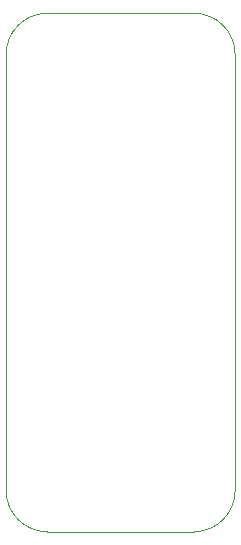
<source format=gm1>
%TF.GenerationSoftware,KiCad,Pcbnew,9.0.0*%
%TF.CreationDate,2025-03-07T11:18:17-05:00*%
%TF.ProjectId,current_sink,63757272-656e-4745-9f73-696e6b2e6b69,rev?*%
%TF.SameCoordinates,Original*%
%TF.FileFunction,Profile,NP*%
%FSLAX46Y46*%
G04 Gerber Fmt 4.6, Leading zero omitted, Abs format (unit mm)*
G04 Created by KiCad (PCBNEW 9.0.0) date 2025-03-07 11:18:17*
%MOMM*%
%LPD*%
G01*
G04 APERTURE LIST*
%TA.AperFunction,Profile*%
%ADD10C,0.050000*%
%TD*%
G04 APERTURE END LIST*
D10*
X20399999Y-41400000D02*
X20400000Y-4500000D01*
X4500001Y-44899999D02*
G75*
G02*
X1000001Y-41399999I-1J3499999D01*
G01*
X1000000Y-4500000D02*
G75*
G02*
X4500000Y-1000000I3500000J0D01*
G01*
X20399999Y-41399999D02*
G75*
G02*
X16899999Y-44899999I-3499999J-1D01*
G01*
X16900000Y-1000000D02*
X4500000Y-1000000D01*
X4500001Y-44899999D02*
X16899999Y-44899999D01*
X1000000Y-4500000D02*
X1000002Y-41399999D01*
X16900000Y-1000000D02*
G75*
G02*
X20400000Y-4500000I0J-3500000D01*
G01*
M02*

</source>
